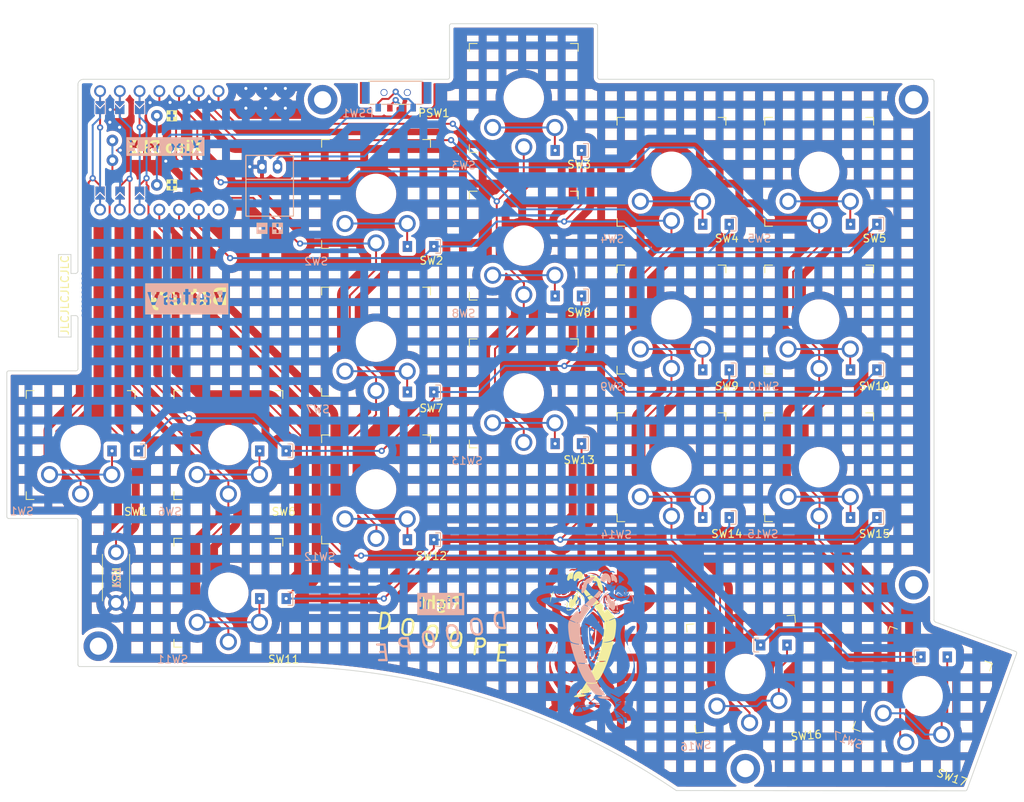
<source format=kicad_pcb>
(kicad_pcb (version 20211014) (generator pcbnew)
  (title_block (title "D O O O P E") (date "2023-04-02") (rev "Rev 1") (company "JQ.C"))
  (layers (0 "F.Cu" signal) (31 "B.Cu" signal) (34 "B.Paste" user) (35 "F.Paste" user) (36 "B.SilkS" user "B.Silkscreen") (37 "F.SilkS" user "F.Silkscreen") (38 "B.Mask" user) (39 "F.Mask" user) (44 "Edge.Cuts" user))
  (net 0 "")
  (net 1 "Net-(D1-Pad2)")
  (net 2 "Net-(D2-Pad2)")
  (net 3 "Net-(D3-Pad2)")
  (net 4 "Net-(D4-Pad2)")
  (net 5 "Net-(D5-Pad2)")
  (net 6 "Net-(D6-Pad2)")
  (net 7 "Net-(D7-Pad2)")
  (net 8 "Net-(D8-Pad2)")
  (net 9 "Net-(D9-Pad2)")
  (net 10 "Net-(D10-Pad2)")
  (net 11 "Net-(D11-Pad2)")
  (net 12 "Net-(D12-Pad2)")
  (net 13 "Net-(D13-Pad2)")
  (net 14 "Net-(D14-Pad2)")
  (net 15 "Net-(D15-Pad2)")
  (net 16 "Net-(D16-Pad2)")
  (net 17 "Net-(D17-Pad2)")
  (net 19 "unconnected-(U1-Pad14)")
  (net 21 "unconnected-(U1-Pad12)")
  (net 22 "RST")
  (net 23 "Row1")
  (net 24 "Row0")
  (net 25 "Row2")
  (net 26 "Row3")
  (net 27 "GND")
  (net 28 "VBAT")
  (net 29 "BAT+")
  (net 30 "Col0")
  (net 31 "Col2")
  (net 32 "Col3")
  (net 33 "Col4")
  (net 34 "Col5")
  (net 35 "Col1")
  (footprint "KBLib:Power Switch" (layer "F.Cu") (at 69.65893 54.606664 -90)
    (fp_text reference "PSW1")
    (fp_text value "SW_SPDT" hide)
  )
  (footprint "KBLib:Diode SMD THT" (layer "F.Cu") (at 106.95893 109.281664 180)
    (fp_text reference "D14" hide)
    (fp_text value "1N4148W" hide)
  )
  (footprint "KBLib:Diode SMD THT" (layer "F.Cu") (at 87.95893 99.781664 180)
    (fp_text reference "D13" hide)
    (fp_text value "1N4148W" hide)
  )
  (footprint "KBLib:Redragon_LP_Reversible" (layer "F.Cu") (at 120.28393 83.756664)
    (fp_text reference "SW10")
    (fp_text value "SW_PUSH")
  )
  (footprint "kibuzzard-643B780C" (layer "F.Cu") (at 71.60893 120.356664)
    (fp_text reference "kibuzzard-643B780C" hide)
    (fp_text value "G***" hide)
  )
  (footprint "KBLib:Redragon_LP_Reversible" (layer "F.Cu") (at 82.28393 55.256664)
    (fp_text reference "SW3")
    (fp_text value "SW_PUSH")
  )
  (footprint "kibuzzard-6465F412" (layer "F.Cu") (at 48.60893 72.031664)
    (fp_text reference "kibuzzard-6465F412" hide)
    (fp_text value "G***" hide)
  )
  (footprint "KBLib:Redragon_LP_Reversible" (layer "F.Cu") (at 63.28393 86.606664)
    (fp_text reference "SW7")
    (fp_text value "SW_PUSH")
  )
  (footprint "KBLib:mushu" (layer "F.Cu") (at 85.880736 122.91593)
    (fp_text reference "G***" hide)
    (fp_text value "LOGO" hide)
  )
  (footprint "MountingHole:MountingHole_2.2mm_M2_DIN965_Pad_TopBottom" (layer "F.Cu") (at 132.43393 55.481664)
    (fp_text reference "REF**" hide)
    (fp_text value "MountingHole_2.2mm_M2_DIN965_Pad_TopBottom" hide)
  )
  (footprint "kibuzzard-643B7631" (layer "F.Cu") (at 36.18393 61.506664)
    (fp_text reference "kibuzzard-643B7631" hide)
    (fp_text value "G***" hide)
  )
  (footprint "KBLib:Diode SMD THT" (layer "F.Cu") (at 68.95893 74.406664 180)
    (fp_text reference "D2" hide)
    (fp_text value "1N4148W" hide)
  )
  (footprint "KBLib:Xiao BLE Rev Pogo" (layer "F.Cu") (at 35.70893 61.874714 90)
    (fp_text reference "U1" hide)
    (fp_text value "xiao-ble" hide)
  )
  (footprint "kibuzzard-643B7985" (layer "F.Cu") (at 37.013646 66.442964)
    (fp_text reference "kibuzzard-643B7985" hide)
    (fp_text value "G***" hide)
  )
  (footprint "MountingHole:MountingHole_2.2mm_M2_DIN965_Pad_TopBottom" (layer "F.Cu") (at 56.40893 55.481664)
    (fp_text reference "REF**" hide)
    (fp_text value "MountingHole_2.2mm_M2_DIN965_Pad_TopBottom" hide)
  )
  (footprint "KBLib:Redragon_LP_Reversible" (layer "F.Cu") (at 133.58393 132.206664 -20)
    (fp_text reference "SW17")
    (fp_text value "SW_PUSH")
  )
  (footprint "KBLib:Diode SMD THT" (layer "F.Cu") (at 49.95893 119.706664 180)
    (fp_text reference "D11" hide)
    (fp_text value "1N4148W" hide)
  )
  (footprint "KBLib:Redragon_LP_Reversible" (layer "F.Cu") (at 25.28393 99.906664)
    (fp_text reference "SW1")
    (fp_text value "SW_PUSH")
  )
  (footprint "KBLib:Diode SMD THT" (layer "F.Cu") (at 68.95893 112.131664 180)
    (fp_text reference "D12" hide)
    (fp_text value "1N4148W" hide)
  )
  (footprint "kibuzzard-643B7985" (layer "F.Cu") (at 50.60893 72.031664)
    (fp_text reference "kibuzzard-643B7985" hide)
    (fp_text value "G***" hide)
  )
  (footprint "KBLib:Diode SMD THT" (layer "F.Cu") (at 125.95893 109.281664 180)
    (fp_text reference "D15" hide)
    (fp_text value "1N4148W" hide)
  )
  (footprint "KBLib:Diode SMD THT" (layer "F.Cu") (at 68.95893 93.131664 180)
    (fp_text reference "D7" hide)
    (fp_text value "1N4148W" hide)
  )
  (footprint "KBLib:Redragon_LP_Reversible" (layer "F.Cu") (at 82.28393 93.256664)
    (fp_text reference "SW13")
    (fp_text value "SW_PUSH")
  )
  (footprint "KBLib:Diode SMD THT" (layer "F.Cu") (at 135.13393 127.106664)
    (fp_text reference "D17" hide)
    (fp_text value "1N4148W" hide)
  )
  (footprint "KBLib:Redragon_LP_Reversible" (layer "F.Cu") (at 120.28393 64.756664)
    (fp_text reference "SW5")
    (fp_text value "SW_PUSH")
  )
  (footprint "MountingHole:MountingHole_2.2mm_M2_DIN965_Pad_TopBottom" (layer "F.Cu") (at 110.78393 141.533493)
    (fp_text reference "REF**" hide)
    (fp_text value "MountingHole_2.2mm_M2_DIN965_Pad_TopBottom" hide)
  )
  (footprint "Connector_JST:JST_PH_S2B-PH-K_1x02_P2.00mm_Horizontal" (layer "F.Cu") (at 48.60893 64.106664)
    (fp_text reference "J2" hide)
    (fp_text value "JST Connector" hide)
  )
  (footprint "MountingHole:MountingHole_2.2mm_M2_DIN965_Pad_TopBottom" (layer "F.Cu") (at 27.55893 125.781664)
    (fp_text reference "REF**" hide)
    (fp_text value "MountingHole_2.2mm_M2_DIN965_Pad_TopBottom" hide)
  )
  (footprint "KBLib:Redragon_LP_Reversible" (layer "F.Cu") (at 120.28393 102.756664)
    (fp_text reference "SW15")
    (fp_text value "SW_PUSH")
  )
  (footprint "KBLib:Diode SMD THT" (layer "F.Cu") (at 49.95893 100.706664 180)
    (fp_text reference "D6" hide)
    (fp_text value "1N4148W" hide)
  )
  (footprint "KBLib:Diode SMD THT" (layer "F.Cu") (at 125.95893 71.556664 180)
    (fp_text reference "D5" hide)
    (fp_text value "1N4148W" hide)
  )
  (footprint "MountingHole:MountingHole_2.2mm_M2_DIN965_Pad_TopBottom" (layer "F.Cu") (at 132.43393 117.881664)
    (fp_text reference "REF**" hide)
    (fp_text value "MountingHole_2.2mm_M2_DIN965_Pad_TopBottom" hide)
  )
  (footprint "KBLib:Diode SMD THT" (layer "F.Cu") (at 125.95893 90.281664 180)
    (fp_text reference "D10" hide)
    (fp_text value "1N4148W" hide)
  )
  (footprint "kibuzzard-643B7985" (layer "F.Cu") (at 37.013646 57.552964)
    (fp_text reference "kibuzzard-643B7985" hide)
    (fp_text value "G***" hide)
  )
  (footprint "KBLib:Diode SMD THT" (layer "F.Cu") (at 30.95893 100.706664 180)
    (fp_text reference "D1" hide)
    (fp_text value "1N4148W" hide)
  )
  (footprint "KBLib:Breakaway_Tabs" (layer "F.Cu") (at 24.78393 80.556664 90)
    (fp_text reference "REF**" hide)
    (fp_text value "Breakaway_Tabs" hide)
  )
  (footprint "kibuzzard-6465FBCD" (layer "F.Cu") (at 38.93393 81.106664)
    (fp_text reference "kibuzzard-6465FBCD" hide)
    (fp_text value "G***" hide)
  )
  (footprint "KBLib:Redragon_LP_Reversible" (layer "F.Cu") (at 44.28393 118.906664)
    (fp_text reference "SW11")
    (fp_text value "SW_PUSH")
  )
  (footprint "KBLib:Redragon_LP_Reversible" (layer "F.Cu") (at 63.28393 105.606664)
    (fp_text reference locked "SW12")
    (fp_text value "SW_PUSH")
  )
  (footprint "KBLib:Redragon_LP_Reversible" (layer "F.Cu") (at 110.78393 129.356664 5)
    (fp_text reference "SW16")
    (fp_text value "SW_PUSH")
  )
  (footprint "KBLib:Reset Switch" (layer "F.Cu") (at 29.83393 113.706664 -90)
    (fp_text reference "S1" hide)
    (fp_text value "95C04A3T" hide)
  )
  (footprint "KBLib:Redragon_LP_Reversible" (layer "F.Cu") (at 101.28393 64.756664)
    (fp_text reference "SW4")
    (fp_text value "SW_PUSH")
  )
  (footprint "KBLib:Redragon_LP_Reversible" (layer "F.Cu") (at 101.28393 102.756664)
    (fp_text reference "SW14")
    (fp_text value "SW_PUSH")
  )
  (footprint "KBLib:Redragon_LP_Reversible" (layer "F.Cu") (at 63.28393 67.606664)
    (fp_text reference "SW2")
    (fp_text value "SW_PUSH")
  )
  (footprint "KBLib:Diode SMD THT" (layer "F.Cu") (at 106.95893 90.281664 180)
    (fp_text reference "D9" hide)
    (fp_text value "1N4148W" hide)
  )
  (footprint "KBLib:Diode SMD THT" (layer "F.Cu") (at 114.50893 125.581664)
    (fp_text reference "D16" hide)
    (fp_text value "1N4148W" hide)
  )
  (footprint "KBLib:Redragon_LP_Reversible" (layer "F.Cu") (at 44.28393 99.906664)
    (fp_text reference "SW6")
    (fp_text value "SW_PUSH")
  )
  (footprint "KBLib:Diode SMD THT" (layer "F.Cu") (at 87.95893 62.056664 180)
    (fp_text reference "D3" hide)
    (fp_text value "1N4148W" hide)
  )
  (footprint "KBLib:Diode SMD THT" (layer "F.Cu") (at 87.95893 80.781664 180)
    (fp_text reference "D8" hide)
    (fp_text value "1N4148W" hide)
  )
  (footprint "KBLib:Redragon_LP_Reversible" (layer "F.Cu") (at 101.28393 83.756664)
    (fp_text reference "SW9")
    (fp_text value "SW_PUSH")
  )
  (footprint "KBLib:Redragon_LP_Reversible" (layer "F.Cu") (at 82.28393 74.256664)
    (fp_text reference "SW8")
    (fp_text value "SW_PUSH")
  )
  (footprint "KBLib:Diode SMD THT" (layer "F.Cu") (at 106.95893 71.556664 180)
    (fp_text reference "D4" hide)
    (fp_text value "1N4148W" hide)
  )
  (footprint "kibuzzard-643B7841" (layer "B.Cu") (at 71.60893 120.356664 180)
    (fp_text reference "kibuzzard-643B7841" hide)
    (fp_text value "G***" hide)
  )
  (footprint "kibuzzard-643B7631" (layer "B.Cu") (at 36.18393 61.506664 180)
    (fp_text reference "kibuzzard-643B7631" hide)
    (fp_text value "G***" hide)
  )
  (footprint "kibuzzard-643B7985" (layer "B.Cu") (at 50.60893 72.031664 180)
    (fp_text reference "kibuzzard-643B7985" hide)
    (fp_text value "G***" hide)
  )
  (footprint "kibuzzard-6465F412" (layer "B.Cu") (at 48.60893 72.031664 180)
    (fp_text reference "kibuzzard-6465F412" hide)
    (fp_text value "G***" hide)
  )
  (footprint "KBLib:mushu" (layer "B.Cu") (at 96.280736 123.16593 180)
    (fp_text reference "G***" hide)
    (fp_text value "LOGO" hide)
  )
  (footprint "KBLib:Power Switch" (layer "B.Cu") (at 61.95893 54.606664 -90)
    (fp_text reference "PSW1")
    (fp_text value "SW_SPDT" hide)
  )
  (footprint "kibuzzard-6465FBCD" (layer "B.Cu") (at 38.93393 81.106664 180)
    (fp_text reference "kibuzzard-6465FBCD" hide)
    (fp_text value "G***" hide)
  )
  (gr_arc (start 25.18393 128.406664) (mid 25.000011 128.322727) (end 24.93393 128.131664) (layer "Edge.Cuts") (width 0.1))
  (gr_line (start 24.93393 90.106664) (end 24.93844 83.556664) (layer "Edge.Cuts") (width 0.1))
  (gr_arc (start 24.93393 53.606664) (mid 25.119674 53.078359) (end 25.63393 52.856664) (layer "Edge.Cuts") (width 0.1))
  (gr_arc (start 72.73393 52.606664) (mid 72.649993 52.790583) (end 72.45893 52.856664) (layer "Edge.Cuts") (width 0.1))
  (gr_line (start 24.93393 128.131664) (end 24.93393 109.631664) (layer "Edge.Cuts") (width 0.1))
  (gr_arc (start 134.80893 52.856664) (mid 134.992849 52.940601) (end 135.05893 53.131664) (layer "Edge.Cuts") (width 0.1))
  (gr_arc (start 72.73393 45.956664) (mid 72.817867 45.772745) (end 73.00893 45.706664) (layer "Edge.Cuts") (width 0.1))
  (gr_line (start 135.05893 122.381664) (end 135.05893 53.131664) (layer "Edge.Cuts") (width 0.1))
  (gr_line (start 24.033931 75.394164) (end 22.43393 75.394164) (layer "Edge.Cuts") (width 0.1))
  (gr_arc (start 24.68393 109.356664) (mid 24.867849 109.440601) (end 24.93393 109.631664) (layer "Edge.Cuts") (width 0.1))
  (gr_line (start 24.58393 77.831664) (end 24.03393 77.831664) (layer "Edge.Cuts") (width 0.1))
  (gr_arc (start 139.30893 144.231664) (mid 139.22211 144.345184) (end 139.08393 144.381664) (layer "Edge.Cuts") (width 0.1))
  (gr_arc (start 91.53393 45.706664) (mid 91.717849 45.790601) (end 91.78393 45.981664) (layer "Edge.Cuts") (width 0.1))
  (gr_arc (start 15.78393 90.606664) (mid 15.867862 90.42274) (end 16.05893 90.356664) (layer "Edge.Cuts") (width 0.1))
  (gr_line (start 145.68393 126.731664) (end 139.30893 144.231664) (layer "Edge.Cuts") (width 0.1))
  (gr_arc (start 92.03393 52.856664) (mid 91.850011 52.772727) (end 91.78393 52.581664) (layer "Edge.Cuts") (width 0.1))
  (gr_arc (start 145.55893 126.456664) (mid 145.681593 126.566798) (end 145.68393 126.731664) (layer "Edge.Cuts") (width 0.1))
  (gr_line (start 25.63393 52.856664) (end 72.45893 52.856664) (layer "Edge.Cuts") (width 0.1))
  (gr_line (start 24.033931 75.394164) (end 24.03393 77.831664) (layer "Edge.Cuts") (width 0.1))
  (gr_line (start 24.68393 109.356664) (end 16.03393 109.356664) (layer "Edge.Cuts") (width 0.1))
  (gr_line (start 15.78393 109.081664) (end 15.78393 90.606664) (layer "Edge.Cuts") (width 0.1))
  (gr_arc (start 24.662401 83.256665) (mid 24.862552 83.349495) (end 24.93844 83.556664) (layer "Edge.Cuts") (width 0.1))
  (gr_line (start 92.03393 52.856664) (end 134.80893 52.856664) (layer "Edge.Cuts") (width 0.1))
  (gr_line (start 24.93393 77.531664) (end 24.93393 53.606664) (layer "Edge.Cuts") (width 0.1))
  (gr_line (start 24.662401 83.256665) (end 24.05893 83.256664) (layer "Edge.Cuts") (width 0.1))
  (gr_arc (start 24.93393 77.531664) (mid 24.821062 77.754151) (end 24.58393 77.831664) (layer "Edge.Cuts") (width 0.1))
  (gr_line (start 53.78393 128.406664) (end 25.18393 128.406664) (layer "Edge.Cuts") (width 0.1))
  (gr_line (start 16.05893 90.356664) (end 24.65893 90.356664) (layer "Edge.Cuts") (width 0.1))
  (gr_arc (start 53.78393 128.406664) (mid 78.962082 133.015472) (end 101.90893 144.356664) (layer "Edge.Cuts") (width 0.1))
  (gr_line (start 24.05893 83.256664) (end 24.062401 86.019164) (layer "Edge.Cuts") (width 0.1))
  (gr_arc (start 24.93393 90.106664) (mid 24.849993 90.290583) (end 24.65893 90.356664) (layer "Edge.Cuts") (width 0.1))
  (gr_line (start 91.78393 45.981664) (end 91.78393 52.581664) (layer "Edge.Cuts") (width 0.1))
  (gr_arc (start 135.25893 122.681664) (mid 135.110716 122.563806) (end 135.05893 122.381664) (layer "Edge.Cuts") (width 0.1))
  (gr_line (start 135.25893 122.681664) (end 145.55893 126.456664) (layer "Edge.Cuts") (width 0.1))
  (gr_line (start 22.43393 75.394164) (end 22.43393 86.019164) (layer "Edge.Cuts") (width 0.1))
  (gr_line (start 73.00893 45.706664) (end 91.53393 45.706664) (layer "Edge.Cuts") (width 0.1))
  (gr_line (start 72.73393 52.606664) (end 72.73393 45.956664) (layer "Edge.Cuts") (width 0.1))
  (gr_line (start 139.08393 144.381664) (end 101.90893 144.356664) (layer "Edge.Cuts") (width 0.1))
  (gr_line (start 22.43393 86.019164) (end 24.062401 86.019164) (layer "Edge.Cuts") (width 0.1))
  (gr_arc (start 16.03393 109.356664) (mid 15.850011 109.272727) (end 15.78393 109.081664) (layer "Edge.Cuts") (width 0.1))
  (gr_text "SW17" (at 123.95893 137.881664 -20) (layer "B.SilkS") (effects (font (size 1 1)) (justify mirror)))
  (gr_text "SW3" (at 74.55893 63.931664) (layer "B.SilkS") (effects (font (size 1 1)) (justify mirror)))
  (gr_text "O" (at 76.317032 123.356664) (layer "B.SilkS") (effects (font (size 2 2) (thickness 0.3) italic) (justify mirror)))
  (gr_text "E" (at 64.186555 126.656664) (layer "B.SilkS") (effects (font (size 2 2) (thickness 0.3) italic) (justify mirror)))
  (gr_text "SW2" (at 55.58393 76.281664) (layer "B.SilkS") (effects (font (size 1 1)) (justify mirror)))
  (gr_text "SW1" (at 17.70893 108.431664) (layer "B.SilkS") (effects (font (size 1 1)) (justify mirror)))
  (gr_text "SW4" (at 93.65893 73.406664) (layer "B.SilkS") (effects (font (size 1 1)) (justify mirror)))
  (gr_text "SW16" (at 104.40893 138.606664 5) (layer "B.SilkS") (effects (font (size 1 1)) (justify mirror)))
  (gr_text "SW6" (at 36.75893 108.481664) (layer "B.SilkS") (effects (font (size 1 1)) (justify mirror)))
  (gr_text "SW15" (at 113.03393 111.356664) (layer "B.SilkS") (effects (font (size 1 1)) (justify mirror)))
  (gr_text "SW14" (at 94.18393 111.431664) (layer "B.SilkS") (effects (font (size 1 1)) (justify mirror)))
  (gr_text "P" (at 67.088225 125.831664) (layer "B.SilkS") (effects (font (size 2 2) (thickness 0.3) italic) (justify mirror)))
  (gr_text "D" (at 79.286555 122.531664) (layer "B.SilkS") (effects (font (size 2 2) (thickness 0.3) italic) (justify mirror)))
  (gr_text "SW12" (at 56.03393 114.281664) (layer "B.SilkS") (effects (font (size 1 1)) (justify mirror)))
  (gr_text "SW9" (at 93.63393 92.406664) (layer "B.SilkS") (effects (font (size 1 1)) (justify mirror)))
  (gr_text "SW10" (at 113.15893 92.356664) (layer "B.SilkS") (effects (font (size 1 1)) (justify mirror)))
  (gr_text "SW5" (at 112.58393 73.331664) (layer "B.SilkS") (effects (font (size 1 1)) (justify mirror)))
  (gr_text "SW11" (at 37.10893 127.481664) (layer "B.SilkS") (effects (font (size 1 1)) (justify mirror)))
  (gr_text "O" (at 70.132748 125.006664) (layer "B.SilkS") (effects (font (size 2 2) (thickness 0.3) italic) (justify mirror)))
  (gr_text "SW8" (at 74.53393 82.981664) (layer "B.SilkS") (effects (font (size 1 1)) (justify mirror)))
  (gr_text "SW7" (at 55.78393 95.306664) (layer "B.SilkS") (effects (font (size 1 1)) (justify mirror)))
  (gr_text "SW13" (at 75.00893 101.931664) (layer "B.SilkS") (effects (font (size 1 1)) (justify mirror)))
  (gr_text "O" (at 73.22489 124.181664) (layer "B.SilkS") (effects (font (size 2 2) (thickness 0.3) italic) (justify mirror)))
  (gr_text "P" (at 76.48393 125.881664) (layer "F.SilkS") (effects (font (size 2 2) (thickness 0.3) italic)))
  (gr_text "D" (at 64.2856 122.581664) (layer "F.SilkS") (effects (font (size 2 2) (thickness 0.3) italic)))
  (gr_text "E" (at 79.3856 126.706664) (layer "F.SilkS") (effects (font (size 2 2) (thickness 0.3) italic)))
  (gr_text "JLCJLCJLCJLC" (at 23.25893 80.631664 90) (layer "F.SilkS") (effects (font (size 1 1))))
  (gr_text "O" (at 70.347265 124.231664) (layer "F.SilkS") (effects (font (size 2 2) (thickness 0.3) italic)))
  (gr_text "O" (at 73.439407 125.056664) (layer "F.SilkS") (effects (font (size 2 2) (thickness 0.3) italic)))
  (gr_text "O" (at 67.255123 123.406664) (layer "F.SilkS") (effects (font (size 2 2) (thickness 0.3) italic)))
  (segment (start 27.78123 54.377964) (end 27.78123 56.065964) (width 0.25) (layer "F.Cu") (net 0))
  (segment (start 30.32123 69.617964) (end 30.32123 67.962264) (width 0.25) (layer "F.Cu") (net 0))
  (segment (start 27.78123 69.617964) (end 27.78123 67.929964) (width 0.25) (layer "F.Cu") (net 0))
  (segment (start 30.32123 54.377964) (end 30.32123 56.065964) (width 0.25) (layer "F.Cu") (net 0))
  (segment (start 32.86123 54.377964) (end 32.86123 56.065964) (width 0.25) (layer "F.Cu") (net 0))
  (segment (start 32.86123 69.617964) (end 32.86123 67.929964) (width 0.25) (layer "F.Cu") (net 0))
  (segment (start 30.32123 67.962264) (end 30.35353 67.929964) (width 0.25) (layer "F.Cu") (net 0))
  (segment (start 30.32123 69.617964) (end 30.32123 67.962264) (width 0.25) (layer "B.Cu") (net 0))
  (segment (start 32.86123 69.617964) (end 32.86123 67.929964) (width 0.25) (layer "B.Cu") (net 0))
  (segment (start 27.78123 54.377964) (end 27.78123 56.065964) (width 0.25) (layer "B.Cu") (net 0))
  (segment (start 27.78123 69.617964) (end 27.78123 67.929964) (width 0.25) (layer "B.Cu") (net 0))
  (segment (start 32.86123 54.377964) (end 32.86123 56.065964) (width 0.25) (layer "B.Cu") (net 0))
  (segment (start 30.32123 54.377964) (end 30.32123 56.065964) (width 0.25) (layer "B.Cu") (net 0))
  (segment (start 30.32123 67.962264) (end 30.35353 67.929964) (width 0.25) (layer "B.Cu") (net 0))
  (segment (start 29.28393 103.706664) (end 29.31853 103.672064) (width 0.25) (layer "F.Cu") (net 1))
  (segment (start 29.31853 103.672064) (end 29.31853 100.656664) (width 0.25) (layer "F.Cu") (net 1))
  (segment (start 21.28393 103.706664) (end 29.28393 103.706664) (width 0.25) (layer "B.Cu") (net 1))
  (segment (start 67.28393 74.322064) (end 67.31853 74.356664) (width 0.25) (layer "F.Cu") (net 2))
  (segment (start 67.28393 71.406664) (end 67.28393 74.322064) (width 0.25) (layer "F.Cu") (net 2))
  (segment (start 59.28393 71.406664) (end 67.28393 71.406664) (width 0.25) (layer "B.Cu") (net 2))
  (segment (start 86.28393 61.972064) (end 86.31853 62.006664) (width 0.25) (layer "F.Cu") (net 3))
  (segment (start 86.28393 59.056664) (end 86.28393 61.972064) (width 0.25) (layer "F.Cu") (net 3))
  (segment (start 78.28393 59.056664) (end 86.28393 59.056664) (width 0.25) (layer "B.Cu") (net 3))
  (segment (start 105.28393 68.556664) (end 105.28393 71.472064) (width 0.25) (layer "F.Cu") (net 4))
  (segment (start 105.28393 71.472064) (end 105.31853 71.506664) (width 0.25) (layer "F.Cu") (net 4))
  (segment (start 97.28393 68.556664) (end 105.28393 68.556664) (width 0.25) (layer "B.Cu") (net 4))
  (segment (start 124.28393 71.472064) (end 124.31853 71.506664) (width 0.25) (layer "F.Cu") (net 5))
  (segment (start 124.28393 68.556664) (end 124.28393 71.472064) (width 0.25) (layer "F.Cu") (net 5))
  (segment (start 116.28393 68.556664) (end 124.28393 68.556664) (width 0.25) (layer "B.Cu") (net 5))
  (segment (start 48.28393 100.691264) (end 48.31853 100.656664) (width 0.25) (layer "F.Cu") (net 6))
  (segment (start 48.28393 103.706664) (end 48.28393 100.691264) (width 0.25) (layer "F.Cu") (net 6))
  (segment (start 40.28393 103.706664) (end 48.28393 103.706664) (width 0.25) (layer "B.Cu") (net 6))
  (segment (start 67.28393 90.406664) (end 67.28393 93.047064) (width 0.25) (layer "F.Cu") (net 7))
  (segment (start 67.28393 93.047064) (end 67.31853 93.081664) (width 0.25) (layer "F.Cu") (net 7))
  (segment (start 59.28393 90.406664) (end 67.28393 90.406664) (width 0.25) (layer "B.Cu") (net 7))
  (segment (start 86.28393 78.056664) (end 86.28393 80.697064) (width 0.25) (layer "F.Cu") (net 8))
  (segment (start 86.28393 80.697064) (end 86.31853 80.731664) (width 0.25) (layer "F.Cu") (net 8))
  (segment (start 78.28393 78.056664) (end 86.28393 78.056664) (width 0.25) (layer "B.Cu") (net 8))
  (segment (start 105.28393 87.556664) (end 105.28393 90.197064) (width 0.25) (layer "F.Cu") (net 9))
  (segment (start 97.28393 87.556664) (end 105.28393 87.556664) (width 0.25) (layer "B.Cu") (net 9))
  (segment (start 124.28393 87.556664) (end 124.28393 90.197064) (width 0.25) (layer "F.Cu") (net 10))
  (segment (start 124.28393 90.197064) (end 124.31853 90.231664) (width 0.25) (layer "F.Cu") (net 10))
  (segment (start 116.28393 87.556664) (end 124.28393 87.556664) (width 0.25) (layer "B.Cu") (net 10))
  (segment (start 48.28393 122.706664) (end 48.28393 119.691264) (width 0.25) (layer "F.Cu") (net 11))
  (segment (start 48.28393 119.691264) (end 48.31853 119.656664) (width 0.25) (layer "F.Cu") (net 11))
  (segment (start 40.28393 122.706664) (end 48.28393 122.706664) (width 0.25) (layer "B.Cu") (net 11))
  (segment (start 67.31853 109.441264) (end 67.31853 112.081664) (width 0.25) (layer "F.Cu") (net 12))
  (segment (start 67.28393 109.406664) (end 67.31853 109.441264) (width 0.25) (layer "F.Cu") (net 12))
  (segment (start 59.28393 109.406664) (end 67.28393 109.406664) (width 0.25) (layer "B.Cu") (net 12))
  (segment (start 86.28393 97.056664) (end 86.28393 99.697064) (width 0.25) (layer "F.Cu") (net 13))
  (segment (start 86.28393 99.697064) (end 86.31853 99.731664) (width 0.25) (layer "F.Cu") (net 13))
  (segment (start 78.28393 97.056664) (end 86.28393 97.056664) (width 0.25) (layer "B.Cu") (net 13))
  (segment (start 105.28393 106.556664) (end 105.28393 109.197064) (width 0.25) (layer "F.Cu") (net 14))
  (segment (start 105.28393 109.197064) (end 105.31853 109.231664) (width 0.25) (layer "F.Cu") (net 14))
  (segment (start 97.28393 106.556664) (end 105.28393 106.556664) (width 0.25) (layer "B.Cu") (net 14))
  (segment (start 124.31853 106.591264) (end 124.31853 109.231664) (width 0.25) (layer "F.Cu") (net 15))
  (segment (start 124.28393 106.556664) (end 124.31853 106.591264) (width 0.25) (layer "F.Cu") (net 15))
  (segment (start 116.28393 106.556664) (end 124.28393 106.556664) (width 0.25) (layer "B.Cu") (net 15))
  (segment (start 115.099901 132.793581) (end 115.099901 128.715693) (width 0.25) (layer "F.Cu") (net 16))
  (segment (start 116.14933 127.666264) (end 116.14933 125.631664) (width 0.25) (layer "F.Cu") (net 16))
  (segment (start 115.099901 128.715693) (end 116.14933 127.666264) (width 0.25) (layer "F.Cu") (net 16))
  (segment (start 112.299767 133.490827) (end 112.997013 132.793581) (width 0.25) (layer "B.Cu") (net 16))
  (segment (start 112.997013 132.793581) (end 115.099901 132.793581) (width 0.25) (layer "B.Cu") (net 16))
  (segment (start 107.130343 133.490827) (end 112.299767 133.490827) (width 0.25) (layer "B.Cu") (net 16))
  (segment (start 136.75893 134.281664) (end 136.75893 127.172064) (width 0.25) (layer "F.Cu") (net 17))
  (segment (start 136.043024 137.145577) (end 136.043024 134.99757) (width 0.25) (layer "F.Cu") (net 17))
  (segment (start 136.043024 134.99757) (end 136.75893 134.281664) (width 0.25) (layer "F.Cu") (net 17))
  (segment (start 136.75893 127.172064) (end 136.77433 127.156664) (width 0.25) (layer "F.Cu") (net 17))
  (segment (start 133.922843 137.145577) (end 136.043024 137.145577) (width 0.25) (layer "B.Cu") (net 17))
  (segment (start 128.525483 134.409415) (end 131.186681 134.409415) (width 0.25) (layer "B.Cu") (net 17))
  (segment (start 131.186681 134.409415) (end 133.922843 137.145577) (width 0.25) (layer "B.Cu") (net 17))
  (segment (start 27.78123 57.081964) (end 27.78123 59.053964) (width 0.25) (layer "F.Cu") (net 19))
  (segment (start 27.78123 59.053964) (end 27.78393 59.056664) (width 0.25) (layer "F.Cu") (net 19))
  (via (at 27.78393 59.056664) (size 0.8) (drill 0.4) (layers "F.Cu" "B.Cu") (net 19))
  (segment (start 27.78393 59.056664) (end 27.78393 66.911264) (width 0.25) (layer "B.Cu") (net 19))
  (segment (start 32.86123 59.008964) (end 32.88393 59.031664) (width 0.25) (layer "F.Cu") (net 21))
  (segment (start 32.86123 57.081964) (end 32.86123 59.008964) (width 0.25) (layer "F.Cu") (net 21))
  (via (at 32.88393 59.031664) (size 0.8) (drill 0.4) (layers "F.Cu" "B.Cu") (net 21))
  (segment (start 32.88393 59.031664) (end 32.88393 66.891264) (width 0.25) (layer "B.Cu") (net 21))
  (segment (start 32.88393 66.891264) (end 32.86123 66.913964) (width 0.25) (layer "B.Cu") (net 21))
  (segment (start 29.83393 111.281664) (end 29.83393 113.706664) (width 0.25) (layer "F.Cu") (net 22))
  (segment (start 29.36923 63.267964) (end 29.36923 65.571364) (width 0.25) (layer "F.Cu") (net 22))
  (segment (start 31.23393 109.881664) (end 29.83393 111.281664) (width 0.25) (layer "F.Cu") (net 22))
  (segment (start 29.00893 97.456664) (end 31.23393 99.681664) (width 0.25) (layer "F.Cu") (net 22))
  (segment (start 29.36923 65.571364) (end 29.00893 65.931664) (width 0.25) (layer "F.Cu") (net 22))
  (segment (start 29.00893 65.931664) (end 29.00893 97.456664) (width 0.25) (layer "F.Cu") (net 22))
  (segment (start 31.23393 99.681664) (end 31.23393 109.881664) (width 0.25) (layer "F.Cu") (net 22))
  (segment (start 29.36923 63.267964) (end 29.36923 60.727964) (width 0.25) (layer "B.Cu") (net 22))
  (segment (start 70.71853 93.972064) (end 70.71853 93.081664) (width 0.25) (layer "F.Cu") (net 23))
  (segment (start 32.86123 66.479364) (end 33.75893 65.581664) (width 0.25) (layer "F.Cu") (net 23))
  (segment (start 34.00893 66.631664) (end 34.00893 91.256664) (width 0.25) (layer "F.Cu") (net 23))
  (segment (start 39.20893 96.456664) (end 39.23393 96.456664) (width 0.25) (layer "F.Cu") (net 23))
  (segment (start 33.75893 65.581664) (end 33.75893 66.381664) (width 0.25) (layer "F.Cu") (net 23))
  (segment (start 89.71853 87.522064) (end 87.50893 89.731664) (width 0.25) (layer "F.Cu") (net 23))
  (segment (start 64.03393 100.656664) (end 70.71853 93.972064) (width 0.25) (layer "F.Cu") (net 23))
  (segment (start 33.75893 66.381664) (end 34.00893 66.631664) (width 0.25) (layer "F.Cu") (net 23))
  (segment (start 34.00893 91.256664) (end 39.20893 96.456664) (width 0.25) (layer "F.Cu") (net 23))
  (segment (start 32.86123 66.913964) (end 32.86123 66.479364) (width 0.25) (layer "F.Cu") (net 23))
  (segment (start 89.71853 80.731664) (end 89.71853 87.522064) (width 0.25) (layer "F.Cu") (net 23))
  (segment (start 64.00893 100.656664) (end 64.03393 100.656664) (width 0.25) (layer "F.Cu") (net 23))
  (via (at 33.75893 65.581664) (size 0.8) (drill 0.4) (layers "F.Cu" "B.Cu") (net 23))
  (via (at 64.00893 100.656664) (size 0.8) (drill 0.4) (layers "F.Cu" "B.Cu") (net 23))
  (via (at 39.23393 96.456664) (size 0.8) (drill 0.4) (layers "F.Cu" "B.Cu") (net 23))
  (via (at 87.50893 89.731664) (size 0.8) (drill 0.4) (layers "F.Cu" "B.Cu") (net 23))
  (segment (start 32.85893 57.084264) (end 32.86123 57.081964) (width 0.25) (layer "B.Cu") (net 23))
  (segment (start 51.71853 100.656664) (end 64.00893 100.656664) (width 0.25) (layer "B.Cu") (net 23))
  (segment (start 76.48393 93.081664) (end 79.83393 89.731664) (width 0.25) (layer "B.Cu") (net 23))
  (segment (start 70.71853 93.081664) (end 76.48393 93.081664) (width 0.25) (layer "B.Cu") (net 23))
  (segment (start 33.75893 65.581664) (end 33.75893 58.581664) (width 0.25) (layer "B.Cu") (net 23))
  (segment (start 92.20893 89.731664) (end 95.53393 93.056664) (width 0.25) (layer "B.Cu") (net 23))
  (segment (start 33.75893 58.581664) (end 32.85893 57.681664) (width 0.25) (layer "B.Cu") (net 23))
  (segment (start 108.71853 91.572064) (end 107.23393 93.056664) (width 0.25) (layer "B.Cu") (net 23))
  (segment (start 87.50893 89.731664) (end 92.20893 89.731664) (width 0.25) (layer "B.Cu") (net 23))
  (segment (start 79.83393 89.731664) (end 87.50893 89.731664) (width 0.25) (layer "B.Cu") (net 23))
  (segment (start 32.85893 57.681664) (end 32.85893 57.084264) (width 0.25) (layer "B.Cu") (net 23))
  (segment (start 95.53393 93.056664) (end 107.23393 93.056664) (width 0.25) (layer "B.Cu") (net 23))
  (segment (start 32.71853 100.656664) (end 36.91853 96.456664) (width 0.25) (layer "B.Cu") (net 23))
  (segment (start 124.89353 93.056664) (end 127.71853 90.231664) (width 0.25) (layer "B.Cu") (net 23))
  (segment (start 108.71853 90.231664) (end 108.71853 91.572064) (width 0.25) (layer "B.Cu") (net 23))
  (segment (start 107.23393 93.056664) (end 124.89353 93.056664) (width 0.25) (layer "B.Cu") (net 23))
  (segment (start 39.23393 96.456664) (end 47.51853 96.456664) (width 0.25) (layer "B.Cu") (net 23))
  (segment (start 47.51853 96.456664) (end 51.71853 100.656664) (width 0.25) (layer "B.Cu") (net 23))
  (segment (start 36.91853 96.456664) (end 39.23393 96.456664) (width 0.25) (layer "B.Cu") (net 23))
  (segment (start 40.48123 71.803964) (end 40.88393 72.206664) (width 0.25) (layer "F.Cu") (net 24))
  (segment (start 44.50893 75.831664) (end 44.50893 75.856664) (width 0.25) (layer "F.Cu") (net 24))
  (segment (start 40.88393 72.206664) (end 44.50893 75.831664) (width 0.25) (layer "F.Cu") (net 24))
  (segment (start 89.71853 62.006664) (end 89.71853 68.922064) (width 0.25) (layer "F.Cu") (net 24))
  (segment (start 89.71853 68.922064) (end 87.48393 71.156664) (width 0.25) (layer "F.Cu") (net 24))
  (segment (start 40.48123 69.617964) (end 40.48123 71.803964) (width 0.25) (layer "F.Cu") (net 24))
  (via (at 87.48393 71.156664) (size 0.8) (drill 0.4) (layers "F.Cu" "B.Cu") (net 24))
  (via (at 44.50893 75.856664) (size 0.8) (drill 0.4) (layers "F.Cu" "B.Cu") (net 24))
  (segment (start 108.71853 71.506664) (end 108.71853 72.472064) (width 0.25) (layer "B.Cu") (net 24))
  (segment (start 87.48393 71.156664) (end 95.15893 71.156664) (width 0.25) (layer "B.Cu") (net 24))
  (segment (start 106.08393 75.106664) (end 124.11853 75.106664) (width 0.25) (layer "B.Cu") (net 24))
  (segment (start 99.10893 75.106664) (end 106.08393 75.106664) (width 0.25) (layer "B.Cu") (net 24))
  (segment (start 69.21853 75.856664) (end 70.71853 74.356664) (width 0.25) (layer "B.Cu") (net 24))
  (segment (start 78.78393 71.156664) (end 87.48393 71.156664) (width 0.25) (layer "B.Cu") (net 24))
  (segment (start 75.58393 74.356664) (end 78.78393 71.156664) (width 0.25) (layer "B.Cu") (net 24))
  (segment (start 108.71853 72.472064) (end 106.08393 75.106664) (width 0.25) (layer "B.Cu") (net 24))
  (segment (start 70.71853 74.356664) (end 75.58393 74.356664) (width 0.25) (layer "B.Cu") (net 24))
  (segment (start 95.15893 71.156664) (end 99.10893 75.106664) (width 0.25) (layer "B.Cu") (net 24))
  (segment (start 44.50893 75.856664) (end 69.21853 75.856664) (width 0.25) (layer "B.Cu") (net 24))
  (segment (start 124.11853 75.106664) (end 127.71853 71.506664) (width 0.25) (layer "B.Cu") (net 24))
  (segment (start 36.35893 72.956664) (end 36.35893 90.906664) (width 0.25) (layer "F.Cu") (net 25))
  (segment (start 35.40123 71.998964) (end 36.35893 72.956664) (width 0.25) (layer "F.Cu") (net 25))
  (segment (start 51.71853 119.497064) (end 51.71853 119.656664) (width 0.25) (layer "F.Cu") (net 25))
  (segment (start 54.38393 99.506664) (end 54.38393 116.831664) (width 0.25) (layer "F.Cu") (net 25))
  (segment (start 39.95893 94.506664) (end 49.38393 94.506664) (width 0.25) (layer "F.Cu") (net 25))
  (segment (start 36.35893 90.906664) (end 39.95893 94.506664) (width 0.25) (layer "F.Cu") (net 25))
  (segment (start 49.38393 94.506664) (end 54.38393 99.506664) (width 0.25) (layer "F.Cu") (net 25))
  (segment (start 54.38393 116.831664) (end 51.71853 119.497064) (width 0.25) (layer "F.Cu") (net 25))
  (segment (start 89.71853 99.731664) (end 89.71853 109.347064) (width 0.25) (layer "F.Cu") (net 25))
  (segment (start 70.71853 113.222064) (end 70.71853 112.081664) (width 0.25) (layer "F.Cu") (net 25))
  (segment (start 89.71853 109.347064) (end 86.98393 112.081664) (width 0.25) (layer "F.Cu") (net 25))
  (segment (start 35.40123 69.617964) (end 35.40123 71.998964) (width 0.25) (layer "F.Cu") (net 25))
  (segment (start 64.28393 119.656664) (end 70.71853 113.222064) (width 0.25) (layer "F.Cu") (net 25))
  (via (at 86.98393 112.081664) (size 0.8) (drill 0.4) (layers "F.Cu" "B.Cu") (net 25))
  (via (at 64.28393 119.656664) (size 0.8) (drill 0.4) (layers "F.Cu" "B.Cu") (net 25))
  (segment (start 70.71853 112.081664) (end 86.98393 112.081664) (width 0.25) (layer "B.Cu") (net 25))
  (segment (start 108.71853 110.372064) (end 107.00893 112.081664) (width 0.25) (layer "B.Cu") (net 25))
  (segment (start 108.71853 109.231664) (end 108.71853 110.372064) (width 0.25) (layer "B.Cu") (net 25))
  (segment (start 107.00893 112.081664) (end 124.86853 112.081664) (width 0.25) (layer "B.Cu") (net 25))
  (segment (start 86.98393 112.081664) (end 107.00893 112.081664) (width 0.25) (layer "B.Cu") (net 25))
  (segment (start 64.28393 119.656664) (end 51.71853 119.656664) (width 0.25) (layer "B.Cu") (net 25))
  (segment (start 124.86853 112.081664) (end 127.71853 109.231664) (width 0.25) (layer "B.Cu") (net 25))
  (segment (start 37.93393 70.656664) (end 37.93393 71.756664) (width 0.25) (layer "F.Cu") (net 26))
  (segment (start 39.63393 79.006664) (end 56.78393 96.156664) (width 0.25) (layer "F.Cu") (net 26))
  (segment (start 56.78393 111.731664) (end 59.18393 114.131664) (width 0.25) (layer "F.Cu") (net 26))
  (segment (start 37.94123 69.617964) (end 37.94123 70.649364) (width 0.25) (layer "F.Cu") (net 26))
  (segment (start 59.18393 114.131664) (end 61.35893 114.131664) (width 0.25) (layer "F.Cu") (net 26))
  (segment (start 56.78393 96.156664) (end 56.78393 111.731664) (width 0.25) (layer "F.Cu") (net 26))
  (segment (start 39.63393 73.456664) (end 39.63393 79.006664) (width 0.25) (layer "F.Cu") (net 26))
  (segment (start 37.93393 71.756664) (end 39.63393 73.456664) (width 0.25) (layer "F.Cu") (net 26))
  (segment (start 37.94123 70.649364) (end 37.93393 70.656664) (width 0.25) (layer "F.Cu") (net 26))
  (via (at 61.35893 114.131664) (size 0.8) (drill 0.4) (layers "F.Cu" "B.Cu") (net 26))
  (segment (start 61.35893 114.131664) (end 101.24933 114.131664) (width 0.25) (layer "B.Cu") (net 26))
  (segment (start 124.18393 127.156664) (end 120.38393 123.356664) (width 0.25) (layer "B.Cu") (net 26))
  (segment (start 133.37433 127.156664) (end 124.18393 127.156664) (width 0.25) (layer "B.Cu") (net 26))
  (segment (start 120.38393 123.356664) (end 115.02433 123.356664) (width 0.25) (layer "B.Cu") (net 26))
  (segment (start 101.24933 114.131664) (end 112.74933 125.631664) (width 0.25) (layer "B.Cu") (net 26))
  (segment (start 115.02433 123.356664) (end 112.74933 125.631664) (width 0.25) (layer "B.Cu") (net 26))
  (segment (start 30.32123 57.081964) (end 30.32123 58.994364) (width 0.25) (layer "F.Cu") (net 27))
  (segment (start 30.32123 58.994364) (end 30.28393 59.031664) (width 0.25) (layer "F.Cu") (net 27))
  (segment (start 29.99593 56.756664) (end 30.32123 57.081964) (width 0.25) (layer "F.Cu") (net 27))
  (segment (start 29.08393 56.756664) (end 29.99593 56.756664) (width 0.25) (layer "F.Cu") (net 27))
  (via (at 29.03393 58.381664) (size 0.8) (drill 0.4) (layers "F.Cu" "B.Cu") (net 27))
  (via (at 29.08393 56.756664) (size 0.8) (drill 0.4) (layers "F.Cu" "B.Cu") (net 27))
  (via (at 51.61393 56.571664) (size 0.8) (drill 0.4) (layers "F.Cu" "B.Cu") (net 27))
  (via (at 46.53393 54.031664) (size 0.8) (drill 0.4) (layers "F.Cu" "B.Cu") (net 27))
  (via (at 34.20893 55.856664) (size 0.8) (drill 0.4) (layers "F.Cu" "B.Cu") (net 27))
  (via (at 30.28393 59.031664) (size 0.8) (drill 0.4) (layers "F.Cu" "B.Cu") (net 27))
  (via (at 39.25893 55.806664) (size 0.8) (drill 0.4) (layers "F.Cu" "B.Cu") (net 27))
  (via (at 49.07393 54.031664) (size 0.8) (drill 0.4) (layers "F.Cu" "B.Cu") (net 27))
  (via (at 36.78393 55.831664) (size 0.8) (drill 0.4) (layers "F.Cu" "B.Cu") (net 27))
  (via (at 46.53393 56.571664) (size 0.8) (drill 0.4) (layers "F.Cu" "B.Cu") (net 27))
  (via (at 47.03393 64.106664) (size 0.8) (drill 0.4) (layers "F.Cu" "B.Cu") (net 27))
  (via (at 30.38393 61.981664) (size 0.8) (drill 0.4) (layers "F.Cu" "B.Cu") (net 27))
  (via (at 51.61393 54.031664) (size 0.8) (drill 0.4) (layers "F.Cu" "B.Cu") (net 27))
  (via (at 41.85893 55.731664) (size 0.8) (drill 0.4) (layers "F.Cu" "B.Cu") (net 27))
  (via (at 49.07393 56.571664) (size 0.8) (drill 0.4) (layers "F.Cu" "B.Cu") (net 27))
  (via (at 36.23393 63.381664) (size 0.8) (drill 0.4) (layers "F.Cu" "B.Cu") (net 27))
  (segment (start 31.00893 59.756664) (end 31.00893 64.556664) (width 0.25) (layer "B.Cu") (net 27))
  (segment (start 30.35893 66.908564) (end 30.35353 66.913964) (width 0.25) (layer "B.Cu") (net 27))
  (segment (start 30.28393 59.031664) (end 31.00893 59.756664) (width 0.25) (layer "B.Cu") (net 27))
  (segment (start 31.00893 64.556664) (end 30.35893 65.206664) (width 0.25) (layer "B.Cu") (net 27))
  (segment (start 30.35893 65.206664) (end 30.35893 66.908564) (width 0.25) (layer "B.Cu") (net 27))
  (segment (start 64.88393 55.381664) (end 65.80893 54.456664) (width 0.25) (layer "F.Cu") (net 28))
  (segment (start 64.08393 55.381664) (end 64.88393 55.381664) (width 0.25) (layer "F.Cu") (net 28))
  (segment (start 63.55893 55.906664) (end 64.08393 55.381664) (width 0.25) (layer "F.Cu") (net 28))
  (segment (start 63.55893 56.466664) (end 63.55893 55.906664) (width 0.25) (layer "F.Cu") (net 28))
  (via (at 65.80893 54.456664) (size 0.8) (drill 0.4) (layers "F.Cu" "B.Cu") (net 28))
  (segment (start 66.73393 55.381664) (end 67.45893 55.381664) (width 0.25) (layer "B.Cu") (net 28))
  (segment (start 65.80893 54.456664) (end 66.73393 55.381664) (width 0.25) (layer "B.Cu") (net 28))
  (segment (start 61.78393 62.781664) (end 50.90893 62.781664) (width 0.25) (layer "B.Cu") (net 28))
  (segment (start 50.60893 63.081664) (end 50.60893 64.106664) (width 0.25) (layer "B.Cu") (net 28))
  (segment (start 67.45893 55.381664) (end 68.05893 55.981664) (width 0.25) (layer "B.Cu") (net 28))
  (segment (start 68.05893 55.981664) (end 68.05893 56.466664) (width 0.25) (layer "B.Cu") (net 28))
  (segment (start 50.90893 62.781664) (end 50.60893 63.081664) (width 0.25) (layer "B.Cu") (net 28))
  (segment (start 68.05893 56.506664) (end 61.78393 62.781664) (width 0.25) (layer "B.Cu") (net 28))
  (segment (start 65.80893 55.531664) (end 65.05893 56.281664) (width 0.25) (layer "F.Cu") (net 29))
  (segment (start 65.05893 56.281664) (end 65.05893 56.466664) (width 0.25) (layer "F.Cu") (net 29))
  (via (at 65.80893 55.531664) (size 0.8) (drill 0.4) (layers "F.Cu" "B.Cu") (net 29))
  (segment (start 59.48393 57.856664) (end 57.35893 59.981664) (width 0.25) (layer "B.Cu") (net 29))
  (segment (start 35.08423 61.781964) (end 35.08423 66.442964) (width 0.25) (layer "B.Cu") (net 29))
  (segment (start 65.20893 57.856664) (end 59.48393 57.856664) (width 0.25) (layer "B.Cu") (net 29))
  (segment (start 66.55893 56.281664) (end 66.55893 56.466664) (width 0.25) (layer "B.Cu") (net 29))
  (segment (start 35.08423 57.552964) (end 35.08423 61.781964) (width 0.25) (layer "B.Cu") (net 29))
  (segment (start 57.35893 59.981664) (end 36.88453 59.981664) (width 0.25) (layer "B.Cu") (net 29))
  (segment (start 66.55893 56.506664) (end 65.20893 57.856664) (width 0.25) (layer "B.Cu") (net 29))
  (segment (start 65.80893 55.531664) (end 66.55893 56.281664) (width 0.25) (layer "B.Cu") (net 29))
  (segment (start 36.88453 59.981664) (end 35.08423 61.781964) (width 0.25) (layer "B.Cu") (net 29))
  (segment (start 22.15893 101.331664) (end 22.68393 101.856664) (width 0.25) (layer "F.Cu") (net 30))
  (segment (start 26.30893 93.981664) (end 22.15893 98.131664) (width 0.25) (layer "F.Cu") (net 30))
  (segment (start 26.30893 66.106664) (end 26.30893 93.981664) (width 0.25) (layer "F.Cu") (net 30))
  (segment (start 22.68393 101.856664) (end 22.70893 101.856664) (width 0.25) (layer "F.Cu") (net 30))
  (segment (start 26.83393 65.581664) (end 26.30893 66.106664) (width 0.25) (layer "F.Cu") (net 30))
  (segment (start 27.78123 66.528964) (end 27.78123 66.913964) (width 0.25) (layer "F.Cu") (net 30))
  (segment (start 27.78123 66.528964) (end 26.83393 65.581664) (width 0.25) (layer "F.Cu") (net 30))
  (segment (start 22.70893 101.856664) (end 25.28393 104.431664) (width 0.25) (layer "F.Cu") (net 30))
  (segment (start 25.28393 104.431664) (end 25.28393 106.206664) (width 0.25) (layer "F.Cu") (net 30))
  (segment (start 22.15893 98.131664) (end 22.15893 101.331664) (width 0.25) (layer "F.Cu") (net 30))
  (via (at 26.83393 65.581664) (size 0.8) (drill 0.4) (layers "F.Cu" "B.Cu") (net 30))
  (segment (start 26.83393 65.581664) (end 26.83393 58.756664) (width 0.25) (layer "B.Cu") (net 30))
  (segment (start 26.83393 58.756664) (end 27.78123 57.809364) (width 0.25) (layer "B.Cu") (net 30))
  (segment (start 27.78123 57.809364) (end 27.78123 57.081964) (width 0.25) (layer "B.Cu") (net 30))
  (segment (start 35.40123 54.377964) (end 35.40893 54.385664) (width 0.25) (layer "F.Cu") (net 31))
  (segment (start 63.28393 91.081664) (end 63.28393 92.906664) (width 0.25) (layer "F.Cu") (net 31))
  (segment (start 59.90893 87.706664) (end 63.28393 91.081664) (width 0.25) (layer "F.Cu") (net 31))
  (segment (start 41.63393 67.106664) (end 41.68393 67.106664) (width 0.25) (layer "F.Cu") (net 31))
  (segment (start 59.65893 99.631664) (end 59.63393 99.631664) (width 0.25) (layer "F.Cu") (net 31))
  (segment (start 59.90893 80.656664) (end 59.90893 87.706664) (width 0.25) (layer "F.Cu") (net 31))
  (segment (start 63.28393 73.906664) (end 63.28393 77.281664) (width 0.25) (layer "F.Cu") (net 31))
  (segment (start 63.33393 111.856664) (end 63.28393 111.906664) (width 0.25) (layer "F.Cu") (net 31))
  (segment (start 59.63393 99.631664) (end 59.63393 106.556664) (width 0.25) (layer "F.Cu") (net 31))
  (segment (start 37.55893 63.031664) (end 41.63393 67.106664) (width 0.25) (layer "F.Cu") (net 31))
  (segment (start 37.55893 58.081664) (end 37.55893 63.031664) (width 0.25) (layer "F.Cu") (net 31))
  (segment (start 35.40893 55.931664) (end 37.55893 58.081664) (width 0.25) (layer "F.Cu") (net 31))
  (segment (start 41.68393 67.106664) (end 42.68393 68.106664) (width 0.25) (layer "F.Cu") (net 31))
  (segment (start 53.35893 73.981664) (end 53.50893 73.981664) (width 0.25) (layer "F.Cu") (net 31))
  (segment (start 47.48393 68.106664) (end 53.35893 73.981664) (width 0.25) (layer "F.Cu") (net 31))
  (segment (start 63.33393 110.256664) (end 63.33393 111.856664) (width 0.25) (layer "F.Cu") (net 31))
  (segment (start 63.28393 96.006664) (end 59.65893 99.631664) (width 0.25) (layer "F.Cu") (net 31))
  (segment (start 59.63393 106.556664) (end 63.33393 110.256664) (width 0.25) (layer "F.Cu") (net 31))
  (segment (start 35.40893 54.385664) (end 35.40893 55.931664) (width 0.25) (layer "F.Cu") (net 31))
  (segment (start 42.68393 68.106664) (end 47.48393 68.106664) (width 0.25) (layer "F.Cu") (net 31))
  (segment (start 63.28393 92.906664) (end 63.28393 96.006664) (width 0.25) (layer "F.Cu") (net 31))
  (segment (start 63.28393 77.281664) (end 59.90893 80.656664) (width 0.25) (layer "F.Cu") (net 31))
  (via (at 53.50893 73.981664) (size 0.8) (drill 0.4) (layers "F.Cu" "B.Cu") (net 31))
  (segment (start 63.20893 73.981664) (end 63.28393 73.906664) (width 0.25) (layer "B.Cu") (net 31))
  (segment (start 53.50893 73.981664) (end 63.20893 73.981664) (width 0.25) (layer "B.Cu") (net 31))
  (segment (start 78.80893 68.556664) (end 78.80893 75.581664) (width 0.25) (layer "F.Cu") (net 32))
  (segment (start 82.30893 79.081664) (end 82.30893 80.531664) (width 0.25) (layer "F.Cu") (net 32))
  (segment (start 37.94123 54.377964) (end 37.94123 56.063964) (width 0.25) (layer "F.Cu") (net 32))
  (segment (start 37.94123 56.063964) (end 40.28393 58.406664) (width 0.25) (layer "F.Cu") (net 32))
  (segment (start 82.28393 65.081664) (end 78.80893 68.556664) (width 0.25) (layer "F.Cu") (net 32))
  (segment (start 78.58393 87.531664) (end 78.58393 94.081664) (width 0.25) (layer "F.Cu") (net 32))
  (segment (start 82.30893 83.731664) (end 82.30893 83.806664) (width 0.25) (layer "F.Cu") (net 32))
  (segment (start 78.58393 94.081664) (end 82.28393 97.781664) (width 0.25) (layer "F.Cu") (net 32))
  (segment (start 82.30893 80.531664) (end 82.28393 80.556664) (width 0.25) (layer "F.Cu") (net 32))
  (segment (start 82.28393 97.781664) (end 82.28393 99.556664) (width 0.25) (layer "F.Cu") (net 32))
  (segment (start 82.28393 80.556664) (end 82.28393 83.706664) (width 0.25) (layer "F.Cu") (net 32))
  (segment (start 82.28393 61.556664) (end 82.28393 65.081664) (width 0.25) (layer "F.Cu") (net 32))
  (segment (start 40.28393 58.406664) (end 40.28393 63.006664) (width 0.25) (layer "F.Cu") (net 32))
  (segment (start 78.80893 75.581664) (end 82.30893 79.081664) (width 0.25) (layer "F.Cu") (net 32))
  (segment (start 43.30893 66.031664) (end 43.30893 66.106664) (width 0.25) (layer "F.Cu") (net 32))
  (segment (start 82.30893 83.806664) (end 78.58393 87.531664) (width 0.25) (layer "F.Cu") (net 32))
  (segment (start 82.28393 83.706664) (end 82.30893 83.731664) (width 0.25) (layer "F.Cu") (net 32))
  (segment (start 40.28393 63.006664) (end 43.30893 66.031664) (width 0.25) (layer "F.Cu") (net 32))
  (via (at 78.80893 68.556664) (size 0.8) (drill 0.4) (layers "F.Cu" "B.Cu") (net 32))
  (via (at 43.30893 66.106664) (size 0.8) (drill 0.4) (layers "F.Cu" "B.Cu") (net 32))
  (segment (start 74.95893 64.706664) (end 78.80893 68.556664) (width 0.25) (layer "B.Cu") (net 32))
  (segment (start 43.30893 66.106664) (end 59.68393 66.106664) (width 0.25) (layer "B.Cu") (net 32))
  (segment (start 61.08393 64.706664) (end 74.95893 64.706664) (width 0.25) (layer "B.Cu") (net 32))
  (segment (start 59.68393 66.106664) (end 61.08393 64.706664) (width 0.25) (layer "B.Cu") (net 32))
  (segment (start 101.28393 109.056664) (end 101.28393 112.131664) (width 0.25) (layer "F.Cu") (net 33))
  (segment (start 45.25893 60.681664) (end 40.45893 55.881664) (width 0.25) (layer "F.Cu") (net 33))
  (segment (start 107.53393 130.531664) (end 111.333011 134.330745) (width 0.25) (layer "F.Cu") (net 33))
  (segment (start 97.50893 78.031664) (end 97.50893 84.206664) (width 0.25) (layer "F.Cu") (net 33))
  (segment (start 40.48123 55.659364) (end 40.48123 54.377964) (width 0.25) (layer "F.Cu") (net 33))
  (segment (start 101.28393 90.056664) (end 101.28393 93.081664) (width 0.25) (layer "F.Cu") (net 33))
  (segment (start 101.28393 71.056664) (end 101.28393 74.256664) (width 0.25) (layer "F.Cu") (net 33))
  (segment (start 101.28393 87.981664) (end 101.28393 90.056664) (width 0.25) (layer "F.Cu") (net 33))
  (segment (start 97.80893 103.356664) (end 101.28393 106.831664) (width 0.25) (layer "F.Cu") (net 33))
  (segment (start 97.50893 84.206664) (end 101.28393 87.981664) (width 0.25) (layer "F.Cu") (net 33))
  (segment (start 101.28393 112.131664) (end 107.53393 118.381664) (width 0.25) (layer "F.Cu") (net 33))
  (segment (start 72.93393 60.681664) (end 45.25893 60.681664) (width 0.25) (layer "F.Cu") (net 33))
  (segment (start 40.45893 55.881664) (end 40.45893 55.681664) (width 0.25) (layer "F.Cu") (net 33))
  (segment (start 40.45893 55.681664) (end 40.48123 55.659364) (width 0.25) (layer "F.Cu") (net 33))
  (segment (start 101.28393 93.081664) (end 101.30893 93.106664) (width 0.25) (layer "F.Cu") (net 33))
  (segment (start 97.80893 96.606664) (end 97.80893 103.356664) (width 0.25) (layer "F.Cu") (net 33))
  (segment (start 101.30893 93.106664) (end 97.80893 96.606664) (width 0.25) (layer "F.Cu") (net 33))
  (segment (start 101.28393 74.256664) (end 97.50893 78.031664) (width 0.25) (layer "F.Cu") (net 33))
  (segment (start 111.333011 134.330745) (end 111.333011 135.632691) (width 0.25) (layer "F.Cu") (net 33))
  (segment (start 107.53393 118.381664) (end 107.53393 130.531664) (width 0.25) (layer "F.Cu") (net 33))
  (segment (start 101.28393 106.831664) (end 101.28393 109.056664) (width 0.25) (layer "F.Cu") (net 33))
  (via (at 72.93393 60.681664) (size 0.8) (drill 0.4) (layers "F.Cu" "B.Cu") (net 33))
  (segment (start 81.83393 69.581664) (end 95.38393 69.581664) (width 0.25) (layer "B.Cu") (net 33))
  (segment (start 72.93393 60.681664) (end 81.83393 69.581664) (width 0.25) (layer "B.Cu") (net 33))
  (segment (start 95.38393 69.581664) (end 96.85893 71.056664) (width 0.25) (layer "B.Cu") (net 33))
  (segment (start 96.85893 71.056664) (end 101.28393 71.056664) (width 0.25) (layer "B.Cu") (net 33))
  (segment (start 73.15893 58.581664) (end 45.30893 58.581664) (width 0.25) (layer "F.Cu") (net 34))
  (segment (start 120.33393 109.006664) (end 120.28393 109.056664) (width 0.25) (layer "F.Cu") (net 34))
  (segment (start 43.00893 55.756664) (end 43.02123 55.744364) (width 0.25) (layer "F.Cu") (net 34))
  (segment (start 120.28393 74.256664) (end 116.93393 77.606664) (width 0.25) (layer "F.Cu") (net 34))
  (segment (start 120.28393 112.156664) (end 130.70893 122.581664) (width 0.25) (layer "F.Cu") (net 34))
  (segment (start 130.70893 122.581664) (end 130.70893 137.406455) (width 0.25) (layer "F.Cu") (net 34))
  (segment (start 120.28393 90.056664) (end 120.28393 93.081664) (width 0.25) (layer "F.Cu") (net 34))
  (segment (start 117.30893 96.156664) (end 117.28393 96.156664) (width 0.25) (layer "F.Cu") (net 34))
  (segment (start 43.02123 55.744364) (end 43.02123 54.377964) (width 0.25) (layer "F.Cu") (net 34))
  (segment (start 120.28393 93.081664) (end 120.33393 93.131664) (width 0.25) (layer "F.Cu") (net 34))
  (segment (start 117.28393 103.781664) (end 120.33393 106.831664) (width 0.25) (layer "F.Cu") (net 34))
  (segment (start 116.93393 84.406664) (end 120.28393 87.756664) (width 0.25) (layer "F.Cu") (net 34))
  (segment (start 120.33393 93.131664) (end 117.30893 96.156664) (width 0.25) (layer "F.Cu") (net 34))
  (segment (start 116.93393 77.606664) (end 116.93393 84.406664) (width 0.25) (layer "F.Cu") (net 34))
  (segment (start 117.28393 96.156664) (end 117.28393 103.781664) (width 0.25) (layer "F.Cu") (net 34))
  (segment (start 120.28393 109.056664) (end 120.28393 112.156664) (width 0.25) (layer "F.Cu") (net 34))
  (segment (start 130.70893 137.406455) (end 131.429203 138.126728) (width 0.25) (layer "F.Cu") (net 34))
  (segment (start 45.30893 58.581664) (end 43.00893 56.281664) (width 0.25) (layer "F.Cu") (net 34))
  (segment (start 120.28393 87.756664) (end 120.28393 90.056664) (width 0.25) (layer "F.Cu") (net 34))
  (segment (start 120.28393 71.056664) (end 120.28393 74.256664) (width 0.25) (layer "F.Cu") (net 34))
  (segment (start 43.00893 56.281664) (end 43.00893 55.756664) (width 0.25) (layer "F.Cu") (net 34))
  (segment (start 120.33393 106.831664) (end 120.33393 109.006664) (width 0.25) (layer "F.Cu") (net 34))
  (via (at 73.15893 58.581664) (size 0.8) (drill 0.4) (layers "F.Cu" "B.Cu") (net 34))
  (segment (start 95.93393 64.181664) (end 98.48393 61.631664) (width 0.25) (layer "B.Cu") (net 34))
  (segment (start 98.48393 61.631664) (end 104.20893 61.631664) (width 0.25) (layer "B.Cu") (net 34))
  (segment (start 73.15893 58.581664) (end 78.75893 64.181664) (width 0.25) (layer "B.Cu") (net 34))
  (segment (start 113.63393 71.056664) (end 120.28393 71.056664) (width 0.25) (layer "B.Cu") (net 34))
  (segment (start 104.20893 61.631664) (end 113.63393 71.056664) (width 0.25) (layer "B.Cu") (net 34))
  (segment (start 78.75893 64.181664) (end 95.93393 64.181664) (width 0.25) (layer "B.Cu") (net 34))
  (segment (start 41.30893 120.381664) (end 44.28393 123.356664) (width 0.25) (layer "F.Cu") (net 35))
  (segment (start 44.28393 106.206664) (end 44.28393 109.531664) (width 0.25) (layer "F.Cu") (net 35))
  (segment (start 41.30893 112.506664) (end 41.30893 120.381664) (width 0.25) (layer "F.Cu") (net 35))
  (segment (start 31.58393 65.656664) (end 31.30893 65.656664) (width 0.25) (layer "F.Cu") (net 35))
  (segment (start 31.58393 91.781664) (end 44.28393 104.481664) (width 0.25) (layer "F.Cu") (net 35))
  (segment (start 44.28393 123.356664) (end 44.28393 125.206664) (width 0.25) (layer "F.Cu") (net 35))
  (segment (start 31.58393 65.656664) (end 31.58393 91.781664) (width 0.25) (layer "F.Cu") (net 35))
  (segment (start 31.30893 65.656664) (end 30.35353 66.612064) (width 0.25) (layer "F.Cu") (net 35))
  (segment (start 30.35353 66.612064) (end 30.35353 66.913964) (width 0.25) (layer "F.Cu") (net 35))
  (segment (start 44.28393 104.481664) (end 44.28393 106.206664) (width 0.25) (layer "F.Cu") (net 35))
  (segment (start 44.28393 109.531664) (end 41.30893 112.506664) (width 0.25) (layer "F.Cu") (net 35))
  (via (at 31.58393 65.656664) (size 0.8) (drill 0.4) (layers "F.Cu" "B.Cu") (net 35))
  (segment (start 30.32123 57.718964) (end 30.32123 57.081964) (width 0.25) (layer "B.Cu") (net 35))
  (segment (start 31.73393 65.506664) (end 31.73393 59.131664) (width 0.25) (layer "B.Cu") (net 35))
  (segment (start 31.58393 65.656664) (end 31.73393 65.506664) (width 0.25) (layer "B.Cu") (net 35))
  (segment (start 31.73393 59.131664) (end 30.32123 57.718964) (width 0.25) (layer "B.Cu") (net 35))
  (zone (net 27) (net_name "GND") (layers F&B.Cu) (connect_pads (clearance 0.508)) (min_thickness 0.254) (fill yes (mode hatch) (thermal_gap 0.508) (thermal_bridge_width 0.508) (hatch_thickness 1.016) (hatch_gap 1.524) (hatch_orientation 0) (hatch_border_algorithm hatch_thickness) (hatch_min_hole_area 0.3))
    (polygon (pts (xy 146.63393 145.856664) (xy 14.90893 145.856664) (xy 15.08393 42.656664) (xy 146.45893 42.656664)))
  )
)
</source>
